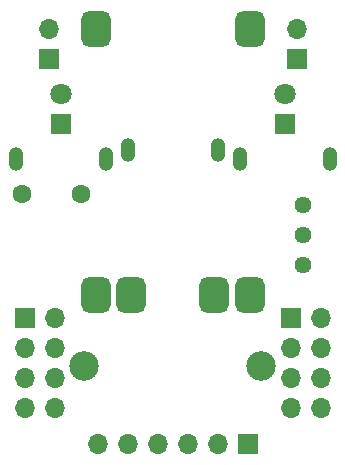
<source format=gbr>
%TF.GenerationSoftware,KiCad,Pcbnew,8.0.5*%
%TF.CreationDate,2025-02-27T19:04:08-06:00*%
%TF.ProjectId,PIC16F15313tht,50494331-3646-4313-9533-31337468742e,rev?*%
%TF.SameCoordinates,Original*%
%TF.FileFunction,Soldermask,Bot*%
%TF.FilePolarity,Negative*%
%FSLAX46Y46*%
G04 Gerber Fmt 4.6, Leading zero omitted, Abs format (unit mm)*
G04 Created by KiCad (PCBNEW 8.0.5) date 2025-02-27 19:04:08*
%MOMM*%
%LPD*%
G01*
G04 APERTURE LIST*
G04 Aperture macros list*
%AMRoundRect*
0 Rectangle with rounded corners*
0 $1 Rounding radius*
0 $2 $3 $4 $5 $6 $7 $8 $9 X,Y pos of 4 corners*
0 Add a 4 corners polygon primitive as box body*
4,1,4,$2,$3,$4,$5,$6,$7,$8,$9,$2,$3,0*
0 Add four circle primitives for the rounded corners*
1,1,$1+$1,$2,$3*
1,1,$1+$1,$4,$5*
1,1,$1+$1,$6,$7*
1,1,$1+$1,$8,$9*
0 Add four rect primitives between the rounded corners*
20,1,$1+$1,$2,$3,$4,$5,0*
20,1,$1+$1,$4,$5,$6,$7,0*
20,1,$1+$1,$6,$7,$8,$9,0*
20,1,$1+$1,$8,$9,$2,$3,0*%
G04 Aperture macros list end*
%ADD10R,1.700000X1.700000*%
%ADD11O,1.700000X1.700000*%
%ADD12C,1.440000*%
%ADD13R,1.800000X1.800000*%
%ADD14C,1.800000*%
%ADD15O,1.250000X2.000000*%
%ADD16C,1.600000*%
%ADD17C,2.500000*%
%ADD18RoundRect,0.625000X-0.625000X0.875000X-0.625000X-0.875000X0.625000X-0.875000X0.625000X0.875000X0*%
G04 APERTURE END LIST*
D10*
%TO.C,J7*%
X87460000Y-97000000D03*
D11*
X90000000Y-97000000D03*
X87460000Y-99540000D03*
X90000000Y-99540000D03*
X87460000Y-102080000D03*
X90000000Y-102080000D03*
X87460000Y-104620000D03*
X90000000Y-104620000D03*
%TD*%
D12*
%TO.C,RV1*%
X111000000Y-87420000D03*
X111000000Y-89960000D03*
X111000000Y-92500000D03*
%TD*%
D10*
%TO.C,J6*%
X110000000Y-97000000D03*
D11*
X112540000Y-97000000D03*
X110000000Y-99540000D03*
X112540000Y-99540000D03*
X110000000Y-102080000D03*
X112540000Y-102080000D03*
X110000000Y-104620000D03*
X112540000Y-104620000D03*
%TD*%
D10*
%TO.C,J2*%
X110500000Y-75040000D03*
D11*
X110500000Y-72500000D03*
%TD*%
D10*
%TO.C,J5*%
X106350000Y-107625000D03*
D11*
X103810000Y-107625000D03*
X101270000Y-107625000D03*
X98730000Y-107625000D03*
X96190000Y-107625000D03*
X93650000Y-107625000D03*
%TD*%
D13*
%TO.C,D2*%
X109500000Y-80540000D03*
D14*
X109500000Y-78000000D03*
%TD*%
D13*
%TO.C,D3*%
X90500000Y-80540000D03*
D14*
X90500000Y-78000000D03*
%TD*%
D15*
%TO.C,R2*%
X96190000Y-82750000D03*
X103810000Y-82750000D03*
%TD*%
%TO.C,R3*%
X94310000Y-83500000D03*
X86690000Y-83500000D03*
%TD*%
D16*
%TO.C,C1*%
X92250000Y-86500000D03*
X87250000Y-86500000D03*
%TD*%
D10*
%TO.C,J1*%
X89500000Y-75040000D03*
D11*
X89500000Y-72500000D03*
%TD*%
D15*
%TO.C,R1*%
X105690000Y-83500000D03*
X113310000Y-83500000D03*
%TD*%
D17*
%TO.C,J4*%
X107500000Y-101000000D03*
%TD*%
%TO.C,J3*%
X92500000Y-101000000D03*
%TD*%
D18*
%TO.C,Mod1*%
X93500000Y-72500000D03*
X106500000Y-72500000D03*
X93500000Y-95000000D03*
X106500000Y-95000000D03*
X96500000Y-95000000D03*
X103500000Y-95000000D03*
%TD*%
M02*

</source>
